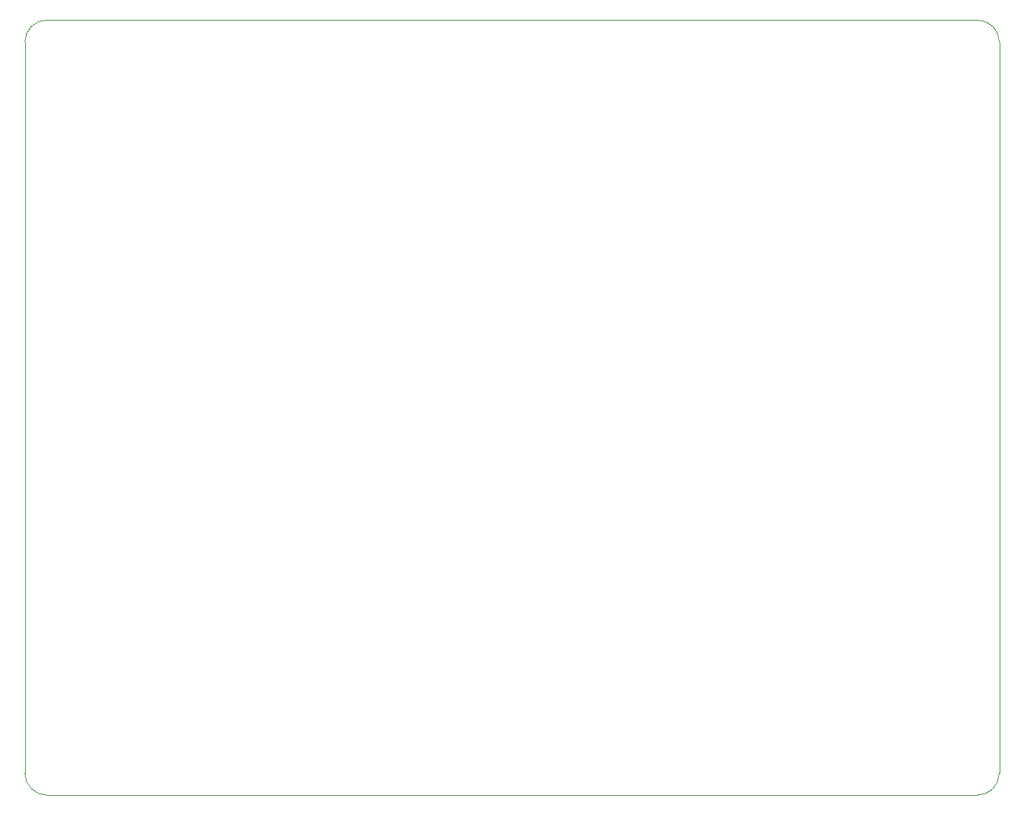
<source format=gbr>
%TF.GenerationSoftware,KiCad,Pcbnew,(6.0.7)*%
%TF.CreationDate,2022-09-18T20:43:17-07:00*%
%TF.ProjectId,module_board,6d6f6475-6c65-45f6-926f-6172642e6b69,rev?*%
%TF.SameCoordinates,Original*%
%TF.FileFunction,Profile,NP*%
%FSLAX46Y46*%
G04 Gerber Fmt 4.6, Leading zero omitted, Abs format (unit mm)*
G04 Created by KiCad (PCBNEW (6.0.7)) date 2022-09-18 20:43:17*
%MOMM*%
%LPD*%
G01*
G04 APERTURE LIST*
%TA.AperFunction,Profile*%
%ADD10C,0.100000*%
%TD*%
G04 APERTURE END LIST*
D10*
X209550000Y-127000000D02*
X102870000Y-127000000D01*
X212090000Y-40640000D02*
X212090000Y-124460000D01*
X102870000Y-38100000D02*
X209550000Y-38100000D01*
X100330000Y-124460000D02*
X100330000Y-40640000D01*
X100330000Y-124460000D02*
G75*
G03*
X102870000Y-127000000I2540000J0D01*
G01*
X209550000Y-127000000D02*
G75*
G03*
X212090000Y-124460000I0J2540000D01*
G01*
X212090000Y-40640000D02*
G75*
G03*
X209550000Y-38100000I-2540000J0D01*
G01*
X102870000Y-38100000D02*
G75*
G03*
X100330000Y-40640000I0J-2540000D01*
G01*
M02*

</source>
